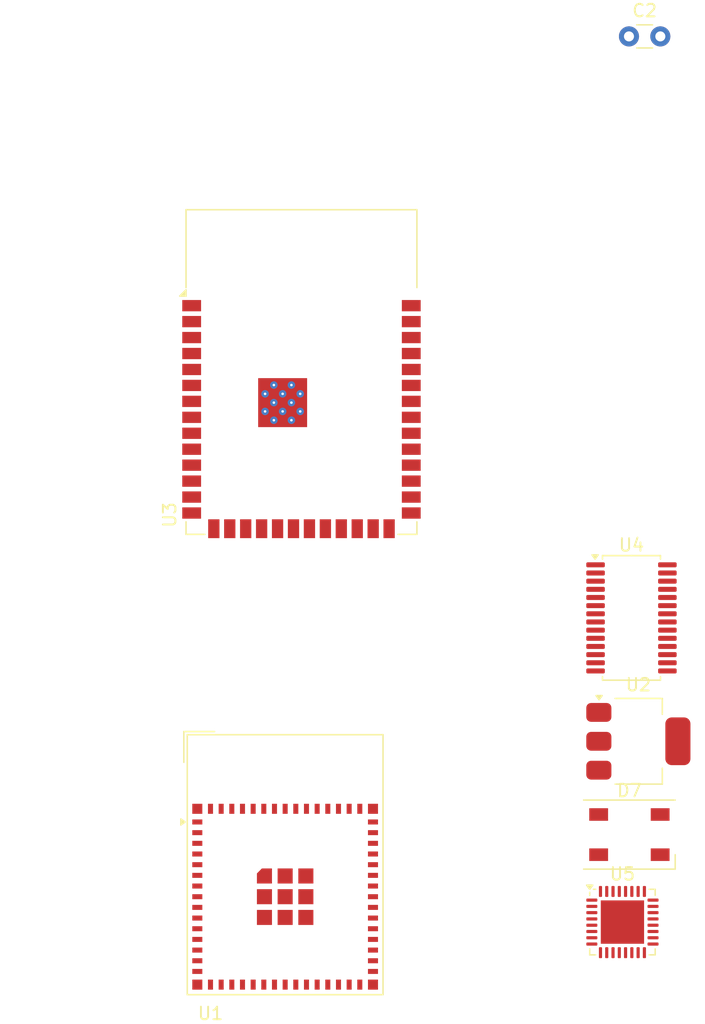
<source format=kicad_pcb>
(kicad_pcb (version 20240108) (generator "pcbnew") (generator_version "8.0")
  (layers (0 "F.Cu" signal) (31 "B.Cu" signal) (34 "B.Paste" user) (35 "F.Paste" user) (36 "B.SilkS" user "B.Silkscreen") (37 "F.SilkS" user "F.Silkscreen") (38 "B.Mask" user) (39 "F.Mask" user) (44 "Edge.Cuts" user))
  (net 0 "")
  (net 1 "GND")
  (net 2 "Net-(U1-3V3)")
  (net 8 "Net-(SW1-A)")
  (net 41 "Net-(SW2-A)")
  (net 50 "Net-(U3-GND-Pad1)")
  (footprint "Package_TO_SOT_SMD:SOT-223-3_TabPin2" (layer "F.Cu") (at 146.92 104.9675)
    (property "Reference" "U2" (at 0 -4.5 0) (layer "F.SilkS"))
    (property "Value" "AMS1117-3.3")
    (fp_line (start -1.85 -3.41) (end 1.91 -3.41) (stroke (width 0.12)) (layer "F.SilkS"))
    (fp_line (start -1.85 3.41) (end 1.91 3.41) (stroke (width 0.12)) (layer "F.SilkS"))
    (fp_line (start 1.91 -3.41) (end 1.91 -2.15) (stroke (width 0.12)) (layer "F.SilkS"))
    (fp_line (start 1.91 3.41) (end 1.91 2.15) (stroke (width 0.12)) (layer "F.SilkS"))
    (fp_poly (pts (xy -3.13 -3.31) (xy -3.37 -3.64) (xy -2.89 -3.64) (xy -3.13 -3.31)) (stroke (width 0.12)) (fill solid) (layer "F.SilkS"))
    (pad "1" smd roundrect (at -3.15 -2.3) (size 2 1.5) (layers "F.Cu" "F.Paste" "F.Mask"))
    (pad "2" smd roundrect (at -3.15 0) (size 2 1.5) (layers "F.Cu" "F.Paste" "F.Mask"))
    (pad "2" smd roundrect (at 3.15 0) (size 2 3.8) (layers "F.Cu" "F.Paste" "F.Mask"))
    (pad "3" smd roundrect (at -3.15 2.3) (size 2 1.5) (layers "F.Cu" "F.Paste" "F.Mask"))
  )
  (footprint "Capacitor_THT:C_Disc_D3.0mm_W1.6mm_P2.50mm" (layer "F.Cu") (at 146.17 48.8425)
    (property "Reference" "C2" (at 1.25 -2.05 0) (layer "F.SilkS"))
    (property "Value" "10uF")
    (fp_line (start 0.621 -0.92) (end 1.879 -0.92) (stroke (width 0.12)) (layer "F.SilkS"))
    (fp_line (start 0.621 0.92) (end 1.879 0.92) (stroke (width 0.12)) (layer "F.SilkS"))
    (pad "1" thru_hole circle (at 0 0) (size 1.6 1.6) (drill 0.8) (layers "*.Cu" "*.Mask") (net 2 "Net-(U1-3V3)"))
    (pad "2" thru_hole circle (at 2.5 0) (size 1.6 1.6) (drill 0.8) (layers "*.Cu" "*.Mask") (net 1 "GND"))
  )
  (footprint "Package_SO:TSSOP-28_4.4x9.7mm_P0.65mm" (layer "F.Cu") (at 146.37 95.1425)
    (property "Reference" "U4" (at 0 -5.8 0) (layer "F.SilkS"))
    (property "Value" "PCA9685PW")
    (fp_line (start -2.31 -4.96) (end -2.31 -4.685) (stroke (width 0.12)) (layer "F.SilkS"))
    (fp_line (start -2.31 4.96) (end -2.31 4.685) (stroke (width 0.12)) (layer "F.SilkS"))
    (fp_line (start 0 -4.96) (end -2.31 -4.96) (stroke (width 0.12)) (layer "F.SilkS"))
    (fp_line (start 0 -4.96) (end 2.31 -4.96) (stroke (width 0.12)) (layer "F.SilkS"))
    (fp_line (start 0 4.96) (end -2.31 4.96) (stroke (width 0.12)) (layer "F.SilkS"))
    (fp_line (start 0 4.96) (end 2.31 4.96) (stroke (width 0.12)) (layer "F.SilkS"))
    (fp_line (start 2.31 -4.96) (end 2.31 -4.685) (stroke (width 0.12)) (layer "F.SilkS"))
    (fp_line (start 2.31 4.96) (end 2.31 4.685) (stroke (width 0.12)) (layer "F.SilkS"))
    (fp_poly (pts (xy -2.9 -4.685) (xy -3.14 -5.015) (xy -2.66 -5.015) (xy -2.9 -4.685)) (stroke (width 0.12)) (fill solid) (layer "F.SilkS"))
    (pad "1" smd roundrect (at -2.8625 -4.225) (size 1.475 0.4) (layers "F.Cu" "F.Paste" "F.Mask"))
    (pad "2" smd roundrect (at -2.8625 -3.575) (size 1.475 0.4) (layers "F.Cu" "F.Paste" "F.Mask"))
    (pad "3" smd roundrect (at -2.8625 -2.925) (size 1.475 0.4) (layers "F.Cu" "F.Paste" "F.Mask"))
    (pad "4" smd roundrect (at -2.8625 -2.275) (size 1.475 0.4) (layers "F.Cu" "F.Paste" "F.Mask"))
    (pad "5" smd roundrect (at -2.8625 -1.625) (size 1.475 0.4) (layers "F.Cu" "F.Paste" "F.Mask"))
    (pad "6" smd roundrect (at -2.8625 -0.975) (size 1.475 0.4) (layers "F.Cu" "F.Paste" "F.Mask"))
    (pad "7" smd roundrect (at -2.8625 -0.325) (size 1.475 0.4) (layers "F.Cu" "F.Paste" "F.Mask"))
    (pad "8" smd roundrect (at -2.8625 0.325) (size 1.475 0.4) (layers "F.Cu" "F.Paste" "F.Mask"))
    (pad "9" smd roundrect (at -2.8625 0.975) (size 1.475 0.4) (layers "F.Cu" "F.Paste" "F.Mask"))
    (pad "10" smd roundrect (at -2.8625 1.625) (size 1.475 0.4) (layers "F.Cu" "F.Paste" "F.Mask"))
    (pad "11" smd roundrect (at -2.8625 2.275) (size 1.475 0.4) (layers "F.Cu" "F.Paste" "F.Mask"))
    (pad "12" smd roundrect (at -2.8625 2.925) (size 1.475 0.4) (layers "F.Cu" "F.Paste" "F.Mask"))
    (pad "13" smd roundrect (at -2.8625 3.575) (size 1.475 0.4) (layers "F.Cu" "F.Paste" "F.Mask"))
    (pad "14" smd roundrect (at -2.8625 4.225) (size 1.475 0.4) (layers "F.Cu" "F.Paste" "F.Mask"))
    (pad "15" smd roundrect (at 2.8625 4.225) (size 1.475 0.4) (layers "F.Cu" "F.Paste" "F.Mask"))
    (pad "16" smd roundrect (at 2.8625 3.575) (size 1.475 0.4) (layers "F.Cu" "F.Paste" "F.Mask"))
    (pad "17" smd roundrect (at 2.8625 2.925) (size 1.475 0.4) (layers "F.Cu" "F.Paste" "F.Mask"))
    (pad "18" smd roundrect (at 2.8625 2.275) (size 1.475 0.4) (layers "F.Cu" "F.Paste" "F.Mask"))
    (pad "19" smd roundrect (at 2.8625 1.625) (size 1.475 0.4) (layers "F.Cu" "F.Paste" "F.Mask"))
    (pad "20" smd roundrect (at 2.8625 0.975) (size 1.475 0.4) (layers "F.Cu" "F.Paste" "F.Mask"))
    (pad "21" smd roundrect (at 2.8625 0.325) (size 1.475 0.4) (layers "F.Cu" "F.Paste" "F.Mask"))
    (pad "22" smd roundrect (at 2.8625 -0.325) (size 1.475 0.4) (layers "F.Cu" "F.Paste" "F.Mask"))
    (pad "23" smd roundrect (at 2.8625 -0.975) (size 1.475 0.4) (layers "F.Cu" "F.Paste" "F.Mask"))
    (pad "24" smd roundrect (at 2.8625 -1.625) (size 1.475 0.4) (layers "F.Cu" "F.Paste" "F.Mask"))
    (pad "25" smd roundrect (at 2.8625 -2.275) (size 1.475 0.4) (layers "F.Cu" "F.Paste" "F.Mask"))
    (pad "26" smd roundrect (at 2.8625 -2.925) (size 1.475 0.4) (layers "F.Cu" "F.Paste" "F.Mask"))
    (pad "27" smd roundrect (at 2.8625 -3.575) (size 1.475 0.4) (layers "F.Cu" "F.Paste" "F.Mask"))
    (pad "28" smd roundrect (at 2.8625 -4.225) (size 1.475 0.4) (layers "F.Cu" "F.Paste" "F.Mask"))
  )
  (footprint "Package_DFN_QFN:QFN-32-1EP_5x5mm_P0.5mm_EP3.45x3.45mm" (layer "F.Cu") (at 145.65 119.3625)
    (property "Reference" "U5" (at 0 -3.83 0) (layer "F.SilkS"))
    (property "Value" "TLC5947RHB")
    (fp_line (start -2.61 -2.135) (end -2.61 -2.37) (stroke (width 0.12)) (layer "F.SilkS"))
    (fp_line (start -2.61 2.61) (end -2.61 2.135) (stroke (width 0.12)) (layer "F.SilkS"))
    (fp_line (start -2.135 -2.61) (end -2.31 -2.61) (stroke (width 0.12)) (layer "F.SilkS"))
    (fp_line (start -2.135 2.61) (end -2.61 2.61) (stroke (width 0.12)) (layer "F.SilkS"))
    (fp_line (start 2.135 -2.61) (end 2.61 -2.61) (stroke (width 0.12)) (layer "F.SilkS"))
    (fp_line (start 2.135 2.61) (end 2.61 2.61) (stroke (width 0.12)) (layer "F.SilkS"))
    (fp_line (start 2.61 -2.61) (end 2.61 -2.135) (stroke (width 0.12)) (layer "F.SilkS"))
    (fp_line (start 2.61 2.61) (end 2.61 2.135) (stroke (width 0.12)) (layer "F.SilkS"))
    (fp_poly (pts (xy -2.61 -2.61) (xy -2.85 -2.94) (xy -2.37 -2.94) (xy -2.61 -2.61)) (stroke (width 0.12)) (fill solid) (layer "F.SilkS"))
    (pad "1" smd roundrect (at -2.4375 -1.75) (size 0.875 0.25) (layers "F.Cu" "F.Paste" "F.Mask"))
    (pad "2" smd roundrect (at -2.4375 -1.25) (size 0.875 0.25) (layers "F.Cu" "F.Paste" "F.Mask"))
    (pad "3" smd roundrect (at -2.4375 -0.75) (size 0.875 0.25) (layers "F.Cu" "F.Paste" "F.Mask"))
    (pad "4" smd roundrect (at -2.4375 -0.25) (size 0.875 0.25) (layers "F.Cu" "F.Paste" "F.Mask"))
    (pad "5" smd roundrect (at -2.4375 0.25) (size 0.875 0.25) (layers "F.Cu" "F.Paste" "F.Mask"))
    (pad "6" smd roundrect (at -2.4375 0.75) (size 0.875 0.25) (layers "F.Cu" "F.Paste" "F.Mask"))
    (pad "7" smd roundrect (at -2.4375 1.25) (size 0.875 0.25) (layers "F.Cu" "F.Paste" "F.Mask"))
    (pad "8" smd roundrect (at -2.4375 1.75) (size 0.875 0.25) (layers "F.Cu" "F.Paste" "F.Mask"))
    (pad "9" smd roundrect (at -1.75 2.4375) (size 0.25 0.875) (layers "F.Cu" "F.Paste" "F.Mask"))
    (pad "10" smd roundrect (at -1.25 2.4375) (size 0.25 0.875) (layers "F.Cu" "F.Paste" "F.Mask"))
    (pad "11" smd roundrect (at -0.75 2.4375) (size 0.25 0.875) (layers "F.Cu" "F.Paste" "F.Mask"))
    (pad "12" smd roundrect (at -0.25 2.4375) (size 0.25 0.875) (layers "F.Cu" "F.Paste" "F.Mask"))
    (pad "13" smd roundrect (at 0.25 2.4375) (size 0.25 0.875) (layers "F.Cu" "F.Paste" "F.Mask"))
    (pad "14" smd roundrect (at 0.75 2.4375) (size 0.25 0.875) (layers "F.Cu" "F.Paste" "F.Mask"))
    (pad "15" smd roundrect (at 1.25 2.4375) (size 0.25 0.875) (layers "F.Cu" "F.Paste" "F.Mask"))
    (pad "16" smd roundrect (at 1.75 2.4375) (size 0.25 0.875) (layers "F.Cu" "F.Paste" "F.Mask"))
    (pad "17" smd roundrect (at 2.4375 1.75) (size 0.875 0.25) (layers "F.Cu" "F.Paste" "F.Mask"))
    (pad "18" smd roundrect (at 2.4375 1.25) (size 0.875 0.25) (layers "F.Cu" "F.Paste" "F.Mask"))
    (pad "19" smd roundrect (at 2.4375 0.75) (size 0.875 0.25) (layers "F.Cu" "F.Paste" "F.Mask"))
    (pad "20" smd roundrect (at 2.4375 0.25) (size 0.875 0.25) (layers "F.Cu" "F.Paste" "F.Mask"))
    (pad "21" smd roundrect (at 2.4375 -0.25) (size 0.875 0.25) (layers "F.Cu" "F.Paste" "F.Mask"))
    (pad "22" smd roundrect (at 2.4375 -0.75) (size 0.875 0.25) (layers "F.Cu" "F.Paste" "F.Mask"))
    (pad "23" smd roundrect (at 2.4375 -1.25) (size 0.875 0.25) (layers "F.Cu" "F.Paste" "F.Mask"))
    (pad "24" smd roundrect (at 2.4375 -1.75) (size 0.875 0.25) (layers "F.Cu" "F.Paste" "F.Mask"))
    (pad "25" smd roundrect (at 1.75 -2.4375) (size 0.25 0.875) (layers "F.Cu" "F.Paste" "F.Mask"))
    (pad "26" smd roundrect (at 1.25 -2.4375) (size 0.25 0.875) (layers "F.Cu" "F.Paste" "F.Mask"))
    (pad "27" smd roundrect (at 0.75 -2.4375) (size 0.25 0.875) (layers "F.Cu" "F.Paste" "F.Mask"))
    (pad "28" smd roundrect (at 0.25 -2.4375) (size 0.25 0.875) (layers "F.Cu" "F.Paste" "F.Mask"))
    (pad "29" smd roundrect (at -0.25 -2.4375) (size 0.25 0.875) (layers "F.Cu" "F.Paste" "F.Mask"))
    (pad "30" smd roundrect (at -0.75 -2.4375) (size 0.25 0.875) (layers "F.Cu" "F.Paste" "F.Mask"))
    (pad "31" smd roundrect (at -1.25 -2.4375) (size 0.25 0.875) (layers "F.Cu" "F.Paste" "F.Mask"))
    (pad "32" smd roundrect (at -1.75 -2.4375) (size 0.25 0.875) (layers "F.Cu" "F.Paste" "F.Mask"))
    (pad "33" smd rect (at 0 0) (size 3.45 3.45) (property pad_prop_heatsink) (layers "F.Cu" "F.Mask"))
  )
  (footprint "RF_Module:ESP32-S2-MINI-1" (layer "F.Cu") (at 118.77 114.7925)
    (property "Reference" "U1" (at -5.95 11.85 0) (layer "F.SilkS"))
    (property "Value" "ESP32-S3-MINI-1")
    (fp_line (start -8.075 -10.6) (end -8.075 -8.15) (stroke (width 0.12)) (layer "F.SilkS"))
    (fp_line (start -8.075 -10.6) (end -5.625 -10.6) (stroke (width 0.12)) (layer "F.SilkS"))
    (fp_line (start -7.8 -10.35) (end 7.8 -10.35) (stroke (width 0.12)) (layer "F.SilkS"))
    (fp_line (start -7.8 10.35) (end -7.8 -10.35) (stroke (width 0.12)) (layer "F.SilkS"))
    (fp_line (start 7.8 -10.35) (end 7.8 10.35) (stroke (width 0.12)) (layer "F.SilkS"))
    (fp_line (start 7.8 10.35) (end -7.8 10.35) (stroke (width 0.12)) (layer "F.SilkS"))
    (fp_poly (pts (xy -7.975 -3.4) (xy -8.311 -3.16) (xy -8.311 -3.64) (xy -7.975 -3.4)) (stroke (width 0.12)) (fill solid) (layer "F.SilkS"))
    (pad "1" smd rect (at -7 -3.4) (size 0.8 0.4) (layers "F.Cu" "F.Paste" "F.Mask") (net 1 "GND"))
    (pad "2" smd rect (at -7 -2.55) (size 0.8 0.4) (layers "F.Cu" "F.Paste" "F.Mask") (net 1 "GND"))
    (pad "3" smd rect (at -7 -1.7) (size 0.8 0.4) (layers "F.Cu" "F.Paste" "F.Mask") (net 2 "Net-(U1-3V3)"))
    (pad "4" smd rect (at -7 -0.85) (size 0.8 0.4) (layers "F.Cu" "F.Paste" "F.Mask") (net 41 "Net-(SW2-A)"))
    (pad "5" smd rect (at -7 0) (size 0.8 0.4) (layers "F.Cu" "F.Paste" "F.Mask"))
    (pad "6" smd rect (at -7 0.85) (size 0.8 0.4) (layers "F.Cu" "F.Paste" "F.Mask"))
    (pad "7" smd rect (at -7 1.7) (size 0.8 0.4) (layers "F.Cu" "F.Paste" "F.Mask"))
    (pad "8" smd rect (at -7 2.55) (size 0.8 0.4) (layers "F.Cu" "F.Paste" "F.Mask"))
    (pad "9" smd rect (at -7 3.4) (size 0.8 0.4) (layers "F.Cu" "F.Paste" "F.Mask"))
    (pad "10" smd rect (at -7 4.25) (size 0.8 0.4) (layers "F.Cu" "F.Paste" "F.Mask"))
    (pad "11" smd rect (at -7 5.1) (size 0.8 0.4) (layers "F.Cu" "F.Paste" "F.Mask"))
    (pad "12" smd rect (at -7 5.95) (size 0.8 0.4) (layers "F.Cu" "F.Paste" "F.Mask"))
    (pad "13" smd rect (at -7 6.8) (size 0.8 0.4) (layers "F.Cu" "F.Paste" "F.Mask"))
    (pad "14" smd rect (at -7 7.65) (size 0.8 0.4) (layers "F.Cu" "F.Paste" "F.Mask"))
    (pad "15" smd rect (at -7 8.5) (size 0.8 0.4) (layers "F.Cu" "F.Paste" "F.Mask"))
    (pad "16" smd rect (at -5.95 9.55 90) (size 0.8 0.4) (layers "F.Cu" "F.Paste" "F.Mask"))
    (pad "17" smd rect (at -5.1 9.55 90) (size 0.8 0.4) (layers "F.Cu" "F.Paste" "F.Mask"))
    (pad "18" smd rect (at -4.25 9.55 90) (size 0.8 0.4) (layers "F.Cu" "F.Paste" "F.Mask"))
    (pad "19" smd rect (at -3.4 9.55 90) (size 0.8 0.4) (layers "F.Cu" "F.Paste" "F.Mask"))
    (pad "20" smd rect (at -2.55 9.55 90) (size 0.8 0.4) (layers "F.Cu" "F.Paste" "F.Mask"))
    (pad "21" smd rect (at -1.7 9.55 90) (size 0.8 0.4) (layers "F.Cu" "F.Paste" "F.Mask"))
    (pad "22" smd rect (at -0.85 9.55 90) (size 0.8 0.4) (layers "F.Cu" "F.Paste" "F.Mask"))
    (pad "23" smd rect (at 0 9.55 90) (size 0.8 0.4) (layers "F.Cu" "F.Paste" "F.Mask"))
    (pad "24" smd rect (at 0.85 9.55 90) (size 0.8 0.4) (layers "F.Cu" "F.Paste" "F.Mask"))
    (pad "25" smd rect (at 1.7 9.55 90) (size 0.8 0.4) (layers "F.Cu" "F.Paste" "F.Mask"))
    (pad "26" smd rect (at 2.55 9.55 90) (size 0.8 0.4) (layers "F.Cu" "F.Paste" "F.Mask"))
    (pad "27" smd rect (at 3.4 9.55 90) (size 0.8 0.4) (layers "F.Cu" "F.Paste" "F.Mask"))
    (pad "28" smd rect (at 4.25 9.55 90) (size 0.8 0.4) (layers "F.Cu" "F.Paste" "F.Mask"))
    (pad "29" smd rect (at 5.1 9.55 90) (size 0.8 0.4) (layers "F.Cu" "F.Paste" "F.Mask"))
    (pad "30" smd rect (at 5.95 9.55 90) (size 0.8 0.4) (layers "F.Cu" "F.Paste" "F.Mask"))
    (pad "31" smd rect (at 7 8.5) (size 0.8 0.4) (layers "F.Cu" "F.Paste" "F.Mask"))
    (pad "32" smd rect (at 7 7.65) (size 0.8 0.4) (layers "F.Cu" "F.Paste" "F.Mask"))
    (pad "33" smd rect (at 7 6.8) (size 0.8 0.4) (layers "F.Cu" "F.Paste" "F.Mask"))
    (pad "34" smd rect (at 7 5.95) (size 0.8 0.4) (layers "F.Cu" "F.Paste" "F.Mask"))
    (pad "35" smd rect (at 7 5.1) (size 0.8 0.4) (layers "F.Cu" "F.Paste" "F.Mask"))
    (pad "36" smd rect (at 7 4.25) (size 0.8 0.4) (layers "F.Cu" "F.Paste" "F.Mask"))
    (pad "37" smd rect (at 7 3.4) (size 0.8 0.4) (layers "F.Cu" "F.Paste" "F.Mask"))
    (pad "38" smd rect (at 7 2.55) (size 0.8 0.4) (layers "F.Cu" "F.Paste" "F.Mask"))
    (pad "39" smd rect (at 7 1.7) (size 0.8 0.4) (layers "F.Cu" "F.Paste" "F.Mask"))
    (pad "40" smd rect (at 7 0.85) (size 0.8 0.4) (layers "F.Cu" "F.Paste" "F.Mask"))
    (pad "41" smd rect (at 7 0) (size 0.8 0.4) (layers "F.Cu" "F.Paste" "F.Mask"))
    (pad "42" smd rect (at 7 -0.85) (size 0.8 0.4) (layers "F.Cu" "F.Paste" "F.Mask") (net 1 "GND"))
    (pad "43" smd rect (at 7 -1.7) (size 0.8 0.4) (layers "F.Cu" "F.Paste" "F.Mask") (net 1 "GND"))
    (pad "44" smd rect (at 7 -2.55) (size 0.8 0.4) (layers "F.Cu" "F.Paste" "F.Mask"))
    (pad "45" smd rect (at 7 -3.4) (size 0.8 0.4) (layers "F.Cu" "F.Paste" "F.Mask") (net 8 "Net-(SW1-A)"))
    (pad "46" smd rect (at 5.95 -4.45 90) (size 0.8 0.4) (layers "F.Cu" "F.Paste" "F.Mask") (net 1 "GND"))
    (pad "47" smd rect (at 5.1 -4.45 90) (size 0.8 0.4) (layers "F.Cu" "F.Paste" "F.Mask") (net 1 "GND"))
    (pad "48" smd rect (at 4.25 -4.45 90) (size 0.8 0.4) (layers "F.Cu" "F.Paste" "F.Mask") (net 1 "GND"))
    (pad "49" smd rect (at 3.4 -4.45 90) (size 0.8 0.4) (layers "F.Cu" "F.Paste" "F.Mask") (net 1 "GND"))
    (pad "50" smd rect (at 2.55 -4.45 90) (size 0.8 0.4) (layers "F.Cu" "F.Paste" "F.Mask") (net 1 "GND"))
    (pad "51" smd rect (at 1.7 -4.45 90) (size 0.8 0.4) (layers "F.Cu" "F.Paste" "F.Mask") (net 1 "GND"))
    (pad "52" smd rect (at 0.85 -4.45 90) (size 0.8 0.4) (layers "F.Cu" "F.Paste" "F.Mask") (net 1 "GND"))
    (pad "53" smd rect (at 0 -4.45 90) (size 0.8 0.4) (layers "F.Cu" "F.Paste" "F.Mask") (net 1 "GND"))
    (pad "54" smd rect (at -0.85 -4.45 90) (size 0.8 0.4) (layers "F.Cu" "F.Paste" "F.Mask") (net 1 "GND"))
    (pad "55" smd rect (at -1.7 -4.45 90) (size 0.8 0.4) (layers "F.Cu" "F.Paste" "F.Mask") (net 1 "GND"))
    (pad "56" smd rect (at -2.55 -4.45 90) (size 0.8 0.4) (layers "F.Cu" "F.Paste" "F.Mask") (net 1 "GND"))
    (pad "57" smd rect (at -3.4 -4.45 90) (size 0.8 0.4) (layers "F.Cu" "F.Paste" "F.Mask") (net 1 "GND"))
    (pad "58" smd rect (at -4.25 -4.45 90) (size 0.8 0.4) (layers "F.Cu" "F.Paste" "F.Mask") (net 1 "GND"))
    (pad "59" smd rect (at -5.1 -4.45 90) (size 0.8 0.4) (layers "F.Cu" "F.Paste" "F.Mask") (net 1 "GND"))
    (pad "60" smd rect (at -5.95 -4.45 90) (size 0.8 0.4) (layers "F.Cu" "F.Paste" "F.Mask") (net 1 "GND"))
    (pad "61" smd roundrect (at -1.65 0.9) (size 1.2 1.2) (layers "F.Cu" "F.Paste" "F.Mask") (roundrect_rratio 0) (chamfer_ratio 0.33) (chamfer top_left) (net 1 "GND"))
    (pad "61" smd rect (at -1.65 2.55) (size 1.2 1.2) (layers "F.Cu" "F.Paste" "F.Mask") (net 1 "GND"))
    (pad "61" smd rect (at -1.65 4.2) (size 1.2 1.2) (layers "F.Cu" "F.Paste" "F.Mask") (net 1 "GND"))
    (pad "61" smd rect (at 0 0.9) (size 1.2 1.2) (layers "F.Cu" "F.Paste" "F.Mask") (net 1 "GND"))
    (pad "61" smd rect (at 0 2.55) (size 1.2 1.2) (layers "F.Cu" "F.Paste" "F.Mask") (net 1 "GND"))
    (pad "61" smd rect (at 0 4.2) (size 1.2 1.2) (layers "F.Cu" "F.Paste" "F.Mask") (net 1 "GND"))
    (pad "61" smd rect (at 1.65 0.9) (size 1.2 1.2) (layers "F.Cu" "F.Paste" "F.Mask") (net 1 "GND"))
    (pad "61" smd rect (at 1.65 2.55) (size 1.2 1.2) (layers "F.Cu" "F.Paste" "F.Mask") (net 1 "GND"))
    (pad "61" smd rect (at 1.65 4.2) (size 1.2 1.2) (layers "F.Cu" "F.Paste" "F.Mask") (net 1 "GND"))
    (pad "62" smd rect (at -7 -4.45) (size 0.8 0.8) (layers "F.Cu" "F.Paste" "F.Mask") (net 1 "GND"))
    (pad "63" smd rect (at -7 9.55) (size 0.8 0.8) (layers "F.Cu" "F.Paste" "F.Mask") (net 1 "GND"))
    (pad "64" smd rect (at 7 9.55) (size 0.8 0.8) (layers "F.Cu" "F.Paste" "F.Mask") (net 1 "GND"))
    (pad "65" smd rect (at 7 -4.45) (size 0.8 0.8) (layers "F.Cu" "F.Paste" "F.Mask") (net 1 "GND"))
  )
  (footprint "RF_Module:ESP32-S3-WROOM-1" (layer "F.Cu") (at 120.07 75.5425)
    (property "Reference" "U3" (at -10.5 11.4 90) (layer "F.SilkS"))
    (property "Value" "ESP32-S3-WROOM-1")
    (fp_line (start -9.2 -12.9) (end -9.2 -6.7) (stroke (width 0.12)) (layer "F.SilkS"))
    (fp_line (start -9.2 -12.9) (end 9.2 -12.9) (stroke (width 0.12)) (layer "F.SilkS"))
    (fp_line (start -9.2 11.95) (end -9.2 12.95) (stroke (width 0.12)) (layer "F.SilkS"))
    (fp_line (start -9.2 12.95) (end -7.7 12.95) (stroke (width 0.12)) (layer "F.SilkS"))
    (fp_line (start 9.2 -12.9) (end 9.2 -6.7) (stroke (width 0.12)) (layer "F.SilkS"))
    (fp_line (start 9.2 12.95) (end 7.7 12.95) (stroke (width 0.12)) (layer "F.SilkS"))
    (fp_line (start 9.2 12.95) (end 9.2 11.95) (stroke (width 0.12)) (layer "F.SilkS"))
    (fp_poly (pts (xy -9.2 -6.025) (xy -9.7 -6.025) (xy -9.2 -6.525) (xy -9.2 -6.025)) (stroke (width 0.12)) (fill solid) (layer "F.SilkS"))
    (pad "1" smd rect (at -8.75 -5.26) (size 1.5 0.9) (layers "F.Cu" "F.Paste" "F.Mask") (net 50 "Net-(U3-GND-Pad1)"))
    (pad "2" smd rect (at -8.75 -3.99) (size 1.5 0.9) (layers "F.Cu" "F.Paste" "F.Mask"))
    (pad "3" smd rect (at -8.75 -2.72) (size 1.5 0.9) (layers "F.Cu" "F.Paste" "F.Mask"))
    (pad "4" smd rect (at -8.75 -1.45) (size 1.5 0.9) (layers "F.Cu" "F.Paste" "F.Mask"))
    (pad "5" smd rect (at -8.75 -0.18) (size 1.5 0.9) (layers "F.Cu" "F.Paste" "F.Mask"))
    (pad "6" smd rect (at -8.75 1.09) (size 1.5 0.9) (layers "F.Cu" "F.Paste" "F.Mask"))
    (pad "7" smd rect (at -8.75 2.36) (size 1.5 0.9) (layers "F.Cu" "F.Paste" "F.Mask"))
    (pad "8" smd rect (at -8.75 3.63) (size 1.5 0.9) (layers "F.Cu" "F.Paste" "F.Mask"))
    (pad "9" smd rect (at -8.75 4.9) (size 1.5 0.9) (layers "F.Cu" "F.Paste" "F.Mask"))
    (pad "10" smd rect (at -8.75 6.17) (size 1.5 0.9) (layers "F.Cu" "F.Paste" "F.Mask"))
    (pad "11" smd rect (at -8.75 7.44) (size 1.5 0.9) (layers "F.Cu" "F.Paste" "F.Mask"))
    (pad "12" smd rect (at -8.75 8.71) (size 1.5 0.9) (layers "F.Cu" "F.Paste" "F.Mask"))
    (pad "13" smd rect (at -8.75 9.98) (size 1.5 0.9) (layers "F.Cu" "F.Paste" "F.Mask"))
    (pad "14" smd rect (at -8.75 11.25 180) (size 1.5 0.9) (layers "F.Cu" "F.Paste" "F.Mask"))
    (pad "15" smd rect (at -6.985 12.5 270) (size 1.5 0.9) (layers "F.Cu" "F.Paste" "F.Mask"))
    (pad "16" smd rect (at -5.715 12.5 270) (size 1.5 0.9) (layers "F.Cu" "F.Paste" "F.Mask"))
    (pad "17" smd rect (at -4.445 12.5 270) (size 1.5 0.9) (layers "F.Cu" "F.Paste" "F.Mask"))
    (pad "18" smd rect (at -3.175 12.5 270) (size 1.5 0.9) (layers "F.Cu" "F.Paste" "F.Mask"))
    (pad "19" smd rect (at -1.905 12.5 270) (size 1.5 0.9) (layers "F.Cu" "F.Paste" "F.Mask"))
    (pad "20" smd rect (at -0.635 12.5 270) (size 1.5 0.9) (layers "F.Cu" "F.Paste" "F.Mask"))
    (pad "21" smd rect (at 0.635 12.5 270) (size 1.5 0.9) (layers "F.Cu" "F.Paste" "F.Mask"))
    (pad "22" smd rect (at 1.905 12.5 270) (size 1.5 0.9) (layers "F.Cu" "F.Paste" "F.Mask"))
    (pad "23" smd rect (at 3.175 12.5 270) (size 1.5 0.9) (layers "F.Cu" "F.Paste" "F.Mask"))
    (pad "24" smd rect (at 4.445 12.5 270) (size 1.5 0.9) (layers "F.Cu" "F.Paste" "F.Mask"))
    (pad "25" smd rect (at 5.715 12.5 270) (size 1.5 0.9) (layers "F.Cu" "F.Paste" "F.Mask"))
    (pad "26" smd rect (at 6.985 12.5 270) (size 1.5 0.9) (layers "F.Cu" "F.Paste" "F.Mask"))
    (pad "27" smd rect (at 8.75 11.25) (size 1.5 0.9) (layers "F.Cu" "F.Paste" "F.Mask"))
    (pad "28" smd rect (at 8.75 9.98) (size 1.5 0.9) (layers "F.Cu" "F.Paste" "F.Mask"))
    (pad "29" smd rect (at 8.75 8.71) (size 1.5 0.9) (layers "F.Cu" "F.Paste" "F.Mask"))
    (pad "30" smd rect (at 8.75 7.44) (size 1.5 0.9) (layers "F.Cu" "F.Paste" "F.Mask"))
    (pad "31" smd rect (at 8.75 6.17) (size 1.5 0.9) (layers "F.Cu" "F.Paste" "F.Mask"))
    (pad "32" smd rect (at 8.75 4.9) (size 1.5 0.9) (layers "F.Cu" "F.Paste" "F.Mask"))
    (pad "33" smd rect (at 8.75 3.63) (size 1.5 0.9) (layers "F.Cu" "F.Paste" "F.Mask"))
    (pad "34" smd rect (at 8.75 2.36) (size 1.5 0.9) (layers "F.Cu" "F.Paste" "F.Mask"))
    (pad "35" smd rect (at 8.75 1.09) (size 1.5 0.9) (layers "F.Cu" "F.Paste" "F.Mask"))
    (pad "36" smd rect (at 8.75 -0.18) (size 1.5 0.9) (layers "F.Cu" "F.Paste" "F.Mask"))
    (pad "37" smd rect (at 8.75 -1.45) (size 1.5 0.9) (layers "F.Cu" "F.Paste" "F.Mask"))
    (pad "38" smd rect (at 8.75 -2.72) (size 1.5 0.9) (layers "F.Cu" "F.Paste" "F.Mask"))
    (pad "39" smd rect (at 8.75 -3.99) (size 1.5 0.9) (layers "F.Cu" "F.Paste" "F.Mask"))
    (pad "40" smd rect (at 8.75 -5.26) (size 1.5 0.9) (layers "F.Cu" "F.Paste" "F.Mask") (net 50 "Net-(U3-GND-Pad1)"))
    (pad "41" thru_hole circle (at -2.9 1.76 90) (size 0.6 0.6) (drill 0.2) (property pad_prop_heatsink) (layers "*.Cu" "F.Mask") (net 50 "Net-(U3-GND-Pad1)"))
    (pad "41" thru_hole circle (at -2.9 3.16) (size 0.6 0.6) (drill 0.2) (property pad_prop_heatsink) (layers "*.Cu" "F.Mask") (net 50 "Net-(U3-GND-Pad1)"))
    (pad "41" thru_hole circle (at -2.2 1.06) (size 0.6 0.6) (drill 0.2) (property pad_prop_heatsink) (layers "*.Cu" "F.Mask") (net 50 "Net-(U3-GND-Pad1)"))
    (pad "41" thru_hole circle (at -2.2 2.46) (size 0.6 0.6) (drill 0.2) (property pad_prop_heatsink) (layers "*.Cu" "F.Mask") (net 50 "Net-(U3-GND-Pad1)"))
    (pad "41" thru_hole circle (at -2.2 3.86) (size 0.6 0.6) (drill 0.2) (property pad_prop_heatsink) (layers "*.Cu" "F.Mask") (net 50 "Net-(U3-GND-Pad1)"))
    (pad "41" thru_hole circle (at -1.5 1.76) (size 0.6 0.6) (drill 0.2) (property pad_prop_heatsink) (layers "*.Cu" "F.Mask") (net 50 "Net-(U3-GND-Pad1)"))
    (pad "41" smd rect (at -1.5 2.46 270) (size 3.9 3.9) (layers "F.Cu" "F.Mask") (net 50 "Net-(U3-GND-Pad1)"))
    (pad "41" thru_hole circle (at -1.5 3.16) (size 0.6 0.6) (drill 0.2) (property pad_prop_heatsink) (layers "*.Cu" "F.Mask") (net 50 "Net-(U3-GND-Pad1)"))
    (pad "41" thru_hole circle (at -0.8 1.06) (size 0.6 0.6) (drill 0.2) (property pad_prop_heatsink) (layers "*.Cu" "F.Mask") (net 50 "Net-(U3-GND-Pad1)"))
    (pad "41" thru_hole circle (at -0.8 2.46) (size 0.6 0.6) (drill 0.2) (property pad_prop_heatsink) (layers "*.Cu" "F.Mask") (net 50 "Net-(U3-GND-Pad1)"))
    (pad "41" thru_hole circle (at -0.8 3.86) (size 0.6 0.6) (drill 0.2) (property pad_prop_heatsink) (layers "*.Cu" "F.Mask") (net 50 "Net-(U3-GND-Pad1)"))
    (pad "41" thru_hole circle (at -0.1 1.76) (size 0.6 0.6) (drill 0.2) (property pad_prop_heatsink) (layers "*.Cu" "F.Mask") (net 50 "Net-(U3-GND-Pad1)"))
    (pad "41" thru_hole circle (at -0.1 3.16) (size 0.6 0.6) (drill 0.2) (property pad_prop_heatsink) (layers "*.Cu" "F.Mask") (net 50 "Net-(U3-GND-Pad1)"))
  )
  (footprint "LED_SMD:LED_SK6812_PLCC4_5.0x5.0mm_P3.2mm" (layer "F.Cu") (at 146.205 112.3975)
    (property "Reference" "D7" (at 0 -3.5 0) (layer "F.SilkS"))
    (property "Value" "SK6812")
    (fp_line (start -3.65 -2.75) (end 3.65 -2.75) (stroke (width 0.12)) (layer "F.SilkS"))
    (fp_line (start -3.65 2.75) (end 3.65 2.75) (stroke (width 0.12)) (layer "F.SilkS"))
    (fp_line (start 3.65 2.75) (end 3.65 1.6) (stroke (width 0.12)) (layer "F.SilkS"))
    (pad "1" smd rect (at 2.45 1.6) (size 1.5 1) (layers "F.Cu" "F.Paste" "F.Mask"))
    (pad "2" smd rect (at 2.45 -1.6) (size 1.5 1) (layers "F.Cu" "F.Paste" "F.Mask"))
    (pad "3" smd rect (at -2.45 -1.6) (size 1.5 1) (layers "F.Cu" "F.Paste" "F.Mask"))
    (pad "4" smd rect (at -2.45 1.6) (size 1.5 1) (layers "F.Cu" "F.Paste" "F.Mask"))
  )
)
</source>
